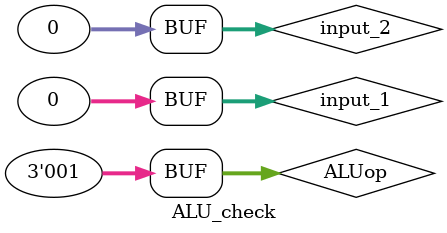
<source format=v>
`timescale 1ns / 1ps


module ALU_check;

	// Inputs
	reg [2:0] ALUop;
	reg [31:0] input_1;
	reg [31:0] input_2;

	// Outputs
	wire [31:0] ALU_result;
	wire zero;

	// Instantiate the Unit Under Test (UUT)
	ALU uut (
		.ALUop(ALUop), 
		.ALU_result(ALU_result), 
		.zero(zero), 
		.input_1(input_1), 
		.input_2(input_2)
	);

	initial begin
		// Initialize Inputs
		ALUop = 3'b001;
		input_1=0;
		input_2=0;
		// Wait 100 ns for global reset to finish
        
		// Add stimulus here

	end
      
endmodule


</source>
